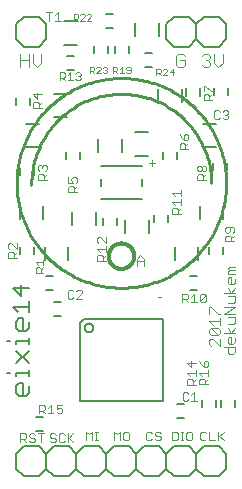
<source format=gto>
G75*
%MOIN*%
%OFA0B0*%
%FSLAX25Y25*%
%IPPOS*%
%LPD*%
%AMOC8*
5,1,8,0,0,1.08239X$1,22.5*
%
%ADD10C,0.00300*%
%ADD11C,0.00400*%
%ADD12C,0.01200*%
%ADD13C,0.00500*%
%ADD14C,0.00600*%
%ADD15C,0.01000*%
%ADD16C,0.00800*%
%ADD17C,0.00200*%
%ADD18C,0.00000*%
D10*
X0007450Y0015563D02*
X0007450Y0018466D01*
X0008901Y0018466D01*
X0009385Y0017982D01*
X0009385Y0017015D01*
X0008901Y0016531D01*
X0007450Y0016531D01*
X0008417Y0016531D02*
X0009385Y0015563D01*
X0010397Y0016047D02*
X0010880Y0015563D01*
X0011848Y0015563D01*
X0012331Y0016047D01*
X0012331Y0016531D01*
X0011848Y0017015D01*
X0010880Y0017015D01*
X0010397Y0017498D01*
X0010397Y0017982D01*
X0010880Y0018466D01*
X0011848Y0018466D01*
X0012331Y0017982D01*
X0013343Y0018466D02*
X0015278Y0018466D01*
X0014311Y0018466D02*
X0014311Y0015563D01*
X0017350Y0016047D02*
X0017834Y0015563D01*
X0018801Y0015563D01*
X0019285Y0016047D01*
X0019285Y0016531D01*
X0018801Y0017015D01*
X0017834Y0017015D01*
X0017350Y0017498D01*
X0017350Y0017982D01*
X0017834Y0018466D01*
X0018801Y0018466D01*
X0019285Y0017982D01*
X0020297Y0017982D02*
X0020297Y0016047D01*
X0020780Y0015563D01*
X0021748Y0015563D01*
X0022231Y0016047D01*
X0023243Y0015563D02*
X0023243Y0018466D01*
X0023727Y0017015D02*
X0025178Y0015563D01*
X0023243Y0016531D02*
X0025178Y0018466D01*
X0022231Y0017982D02*
X0021748Y0018466D01*
X0020780Y0018466D01*
X0020297Y0017982D01*
X0020027Y0025113D02*
X0019543Y0025597D01*
X0020027Y0025113D02*
X0020994Y0025113D01*
X0021478Y0025597D01*
X0021478Y0026565D01*
X0020994Y0027048D01*
X0020511Y0027048D01*
X0019543Y0026565D01*
X0019543Y0028016D01*
X0021478Y0028016D01*
X0018531Y0025113D02*
X0016597Y0025113D01*
X0017564Y0025113D02*
X0017564Y0028016D01*
X0016597Y0027048D01*
X0015585Y0026565D02*
X0015101Y0026081D01*
X0013650Y0026081D01*
X0014617Y0026081D02*
X0015585Y0025113D01*
X0015585Y0026565D02*
X0015585Y0027532D01*
X0015101Y0028016D01*
X0013650Y0028016D01*
X0013650Y0025113D01*
X0029350Y0019066D02*
X0029350Y0016163D01*
X0030317Y0018098D02*
X0029350Y0019066D01*
X0030317Y0018098D02*
X0031285Y0019066D01*
X0031285Y0016163D01*
X0032297Y0016163D02*
X0033264Y0016163D01*
X0032780Y0016163D02*
X0032780Y0019066D01*
X0032297Y0019066D02*
X0033264Y0019066D01*
X0038850Y0019066D02*
X0038850Y0016163D01*
X0039817Y0018098D02*
X0038850Y0019066D01*
X0039817Y0018098D02*
X0040785Y0019066D01*
X0040785Y0016163D01*
X0041797Y0016647D02*
X0041797Y0018582D01*
X0042280Y0019066D01*
X0043248Y0019066D01*
X0043731Y0018582D01*
X0043731Y0016647D01*
X0043248Y0016163D01*
X0042280Y0016163D01*
X0041797Y0016647D01*
X0049350Y0016647D02*
X0049834Y0016163D01*
X0050801Y0016163D01*
X0051285Y0016647D01*
X0051285Y0018582D02*
X0050801Y0019066D01*
X0049834Y0019066D01*
X0049350Y0018582D01*
X0049350Y0016647D01*
X0052297Y0016647D02*
X0052780Y0016163D01*
X0053748Y0016163D01*
X0054231Y0016647D01*
X0054231Y0017131D01*
X0053748Y0017615D01*
X0052780Y0017615D01*
X0052297Y0018098D01*
X0052297Y0018582D01*
X0052780Y0019066D01*
X0053748Y0019066D01*
X0054231Y0018582D01*
X0057950Y0019066D02*
X0057950Y0016163D01*
X0059401Y0016163D01*
X0059885Y0016647D01*
X0059885Y0018582D01*
X0059401Y0019066D01*
X0057950Y0019066D01*
X0060897Y0019066D02*
X0061864Y0019066D01*
X0061380Y0019066D02*
X0061380Y0016163D01*
X0060897Y0016163D02*
X0061864Y0016163D01*
X0062861Y0016647D02*
X0062861Y0018582D01*
X0063345Y0019066D01*
X0064312Y0019066D01*
X0064796Y0018582D01*
X0064796Y0016647D01*
X0064312Y0016163D01*
X0063345Y0016163D01*
X0062861Y0016647D01*
X0067450Y0016647D02*
X0067934Y0016163D01*
X0068901Y0016163D01*
X0069385Y0016647D01*
X0070397Y0016163D02*
X0070397Y0019066D01*
X0069385Y0018582D02*
X0068901Y0019066D01*
X0067934Y0019066D01*
X0067450Y0018582D01*
X0067450Y0016647D01*
X0070397Y0016163D02*
X0072331Y0016163D01*
X0073343Y0016163D02*
X0073343Y0019066D01*
X0073827Y0017615D02*
X0075278Y0016163D01*
X0073343Y0017131D02*
X0075278Y0019066D01*
X0066431Y0029313D02*
X0064497Y0029313D01*
X0063485Y0029797D02*
X0063001Y0029313D01*
X0062034Y0029313D01*
X0061550Y0029797D01*
X0061550Y0031732D01*
X0062034Y0032216D01*
X0063001Y0032216D01*
X0063485Y0031732D01*
X0064497Y0031248D02*
X0065464Y0032216D01*
X0065464Y0029313D01*
X0065900Y0034663D02*
X0062998Y0034663D01*
X0062998Y0036115D01*
X0063481Y0036598D01*
X0064449Y0036598D01*
X0064933Y0036115D01*
X0064933Y0034663D01*
X0064933Y0035631D02*
X0065900Y0036598D01*
X0065900Y0037610D02*
X0065900Y0039545D01*
X0065900Y0038577D02*
X0062998Y0038577D01*
X0063965Y0037610D01*
X0064449Y0040556D02*
X0064449Y0042491D01*
X0065900Y0042008D02*
X0062998Y0042008D01*
X0064449Y0040556D01*
X0067198Y0038677D02*
X0070100Y0038677D01*
X0070100Y0037710D02*
X0070100Y0039645D01*
X0069616Y0040656D02*
X0070100Y0041140D01*
X0070100Y0042108D01*
X0069616Y0042591D01*
X0069133Y0042591D01*
X0068649Y0042108D01*
X0068649Y0040656D01*
X0069616Y0040656D01*
X0068649Y0040656D02*
X0067681Y0041624D01*
X0067198Y0042591D01*
X0067198Y0038677D02*
X0068165Y0037710D01*
X0067681Y0036698D02*
X0068649Y0036698D01*
X0069133Y0036215D01*
X0069133Y0034763D01*
X0070100Y0034763D02*
X0067198Y0034763D01*
X0067198Y0036215D01*
X0067681Y0036698D01*
X0069133Y0035731D02*
X0070100Y0036698D01*
X0071031Y0047667D02*
X0070447Y0048251D01*
X0070447Y0049419D01*
X0071031Y0050003D01*
X0071615Y0050003D01*
X0073950Y0047667D01*
X0073950Y0050003D01*
X0073366Y0051166D02*
X0071031Y0053502D01*
X0073366Y0053502D01*
X0073950Y0052918D01*
X0073950Y0051750D01*
X0073366Y0051166D01*
X0071031Y0051166D01*
X0070447Y0051750D01*
X0070447Y0052918D01*
X0071031Y0053502D01*
X0071615Y0054665D02*
X0070447Y0055833D01*
X0073950Y0055833D01*
X0073950Y0054665D02*
X0073950Y0057001D01*
X0073950Y0058164D02*
X0073366Y0058164D01*
X0071031Y0060500D01*
X0070447Y0060500D01*
X0070447Y0058164D01*
X0068771Y0062121D02*
X0067803Y0062121D01*
X0067319Y0062605D01*
X0069254Y0064540D01*
X0069254Y0062605D01*
X0068771Y0062121D01*
X0069254Y0064540D02*
X0068771Y0065024D01*
X0067803Y0065024D01*
X0067319Y0064540D01*
X0067319Y0062605D01*
X0066308Y0062121D02*
X0064373Y0062121D01*
X0065340Y0062121D02*
X0065340Y0065024D01*
X0064373Y0064056D01*
X0063361Y0063572D02*
X0062878Y0063089D01*
X0061426Y0063089D01*
X0061426Y0062121D02*
X0061426Y0065024D01*
X0062878Y0065024D01*
X0063361Y0064540D01*
X0063361Y0063572D01*
X0062394Y0063089D02*
X0063361Y0062121D01*
X0075447Y0060587D02*
X0078950Y0060587D01*
X0075447Y0058252D01*
X0078950Y0058252D01*
X0078950Y0057088D02*
X0076615Y0057088D01*
X0076615Y0054753D02*
X0078366Y0054753D01*
X0078950Y0055336D01*
X0078950Y0057088D01*
X0078950Y0053588D02*
X0077782Y0051837D01*
X0076615Y0053588D01*
X0075447Y0051837D02*
X0078950Y0051837D01*
X0078950Y0050089D02*
X0078950Y0048922D01*
X0078366Y0048338D01*
X0077199Y0048338D01*
X0076615Y0048922D01*
X0076615Y0050089D01*
X0077199Y0050673D01*
X0077782Y0050673D01*
X0077782Y0048338D01*
X0076615Y0047174D02*
X0076615Y0045423D01*
X0077199Y0044839D01*
X0078366Y0044839D01*
X0078950Y0045423D01*
X0078950Y0047174D01*
X0075447Y0047174D01*
X0076615Y0061751D02*
X0078366Y0061751D01*
X0078950Y0062334D01*
X0078950Y0064086D01*
X0076615Y0064086D01*
X0077782Y0065250D02*
X0076615Y0067001D01*
X0077199Y0068165D02*
X0076615Y0068749D01*
X0076615Y0069917D01*
X0077199Y0070501D01*
X0077782Y0070501D01*
X0077782Y0068165D01*
X0077199Y0068165D02*
X0078366Y0068165D01*
X0078950Y0068749D01*
X0078950Y0069917D01*
X0078950Y0071664D02*
X0076615Y0071664D01*
X0076615Y0072248D01*
X0077199Y0072832D01*
X0076615Y0073416D01*
X0077199Y0074000D01*
X0078950Y0074000D01*
X0078950Y0072832D02*
X0077199Y0072832D01*
X0078950Y0067001D02*
X0077782Y0065250D01*
X0078950Y0065250D02*
X0075447Y0065250D01*
X0075864Y0082467D02*
X0075864Y0083918D01*
X0076347Y0084402D01*
X0077315Y0084402D01*
X0077799Y0083918D01*
X0077799Y0082467D01*
X0077799Y0083434D02*
X0078766Y0084402D01*
X0078282Y0085413D02*
X0078766Y0085897D01*
X0078766Y0086864D01*
X0078282Y0087348D01*
X0076347Y0087348D01*
X0075864Y0086864D01*
X0075864Y0085897D01*
X0076347Y0085413D01*
X0076831Y0085413D01*
X0077315Y0085897D01*
X0077315Y0087348D01*
X0078766Y0082467D02*
X0075864Y0082467D01*
X0069366Y0102826D02*
X0066464Y0102826D01*
X0066464Y0104277D01*
X0066947Y0104761D01*
X0067915Y0104761D01*
X0068399Y0104277D01*
X0068399Y0102826D01*
X0068399Y0103793D02*
X0069366Y0104761D01*
X0068882Y0105772D02*
X0068399Y0105772D01*
X0067915Y0106256D01*
X0067915Y0107223D01*
X0068399Y0107707D01*
X0068882Y0107707D01*
X0069366Y0107223D01*
X0069366Y0106256D01*
X0068882Y0105772D01*
X0067915Y0106256D02*
X0067431Y0105772D01*
X0066947Y0105772D01*
X0066464Y0106256D01*
X0066464Y0107223D01*
X0066947Y0107707D01*
X0067431Y0107707D01*
X0067915Y0107223D01*
X0063482Y0113284D02*
X0060579Y0113284D01*
X0060579Y0114735D01*
X0061063Y0115219D01*
X0062031Y0115219D01*
X0062514Y0114735D01*
X0062514Y0113284D01*
X0062514Y0114251D02*
X0063482Y0115219D01*
X0062998Y0116230D02*
X0063482Y0116714D01*
X0063482Y0117681D01*
X0062998Y0118165D01*
X0062514Y0118165D01*
X0062031Y0117681D01*
X0062031Y0116230D01*
X0062998Y0116230D01*
X0062031Y0116230D02*
X0061063Y0117198D01*
X0060579Y0118165D01*
X0068556Y0129526D02*
X0068556Y0130977D01*
X0069040Y0131461D01*
X0070007Y0131461D01*
X0070491Y0130977D01*
X0070491Y0129526D01*
X0071458Y0129526D02*
X0068556Y0129526D01*
X0068556Y0132473D02*
X0068556Y0134408D01*
X0069040Y0134408D01*
X0070975Y0132473D01*
X0071458Y0132473D01*
X0071458Y0131461D02*
X0070491Y0130494D01*
X0072434Y0126116D02*
X0071950Y0125632D01*
X0071950Y0123697D01*
X0072434Y0123213D01*
X0073401Y0123213D01*
X0073885Y0123697D01*
X0074897Y0123697D02*
X0075380Y0123213D01*
X0076348Y0123213D01*
X0076831Y0123697D01*
X0076831Y0124181D01*
X0076348Y0124665D01*
X0075864Y0124665D01*
X0076348Y0124665D02*
X0076831Y0125148D01*
X0076831Y0125632D01*
X0076348Y0126116D01*
X0075380Y0126116D01*
X0074897Y0125632D01*
X0073885Y0125632D02*
X0073401Y0126116D01*
X0072434Y0126116D01*
X0060900Y0099491D02*
X0060900Y0097556D01*
X0060900Y0098524D02*
X0057998Y0098524D01*
X0058965Y0097556D01*
X0057998Y0095577D02*
X0060900Y0095577D01*
X0060900Y0094610D02*
X0060900Y0096545D01*
X0058965Y0094610D02*
X0057998Y0095577D01*
X0058481Y0093598D02*
X0059449Y0093598D01*
X0059933Y0093115D01*
X0059933Y0091663D01*
X0060900Y0091663D02*
X0057998Y0091663D01*
X0057998Y0093115D01*
X0058481Y0093598D01*
X0059933Y0092631D02*
X0060900Y0093598D01*
X0052385Y0108615D02*
X0050450Y0108615D01*
X0051417Y0109582D02*
X0051417Y0107647D01*
X0047501Y0077867D02*
X0048736Y0076632D01*
X0048736Y0074163D01*
X0048736Y0076015D02*
X0046267Y0076015D01*
X0046267Y0076632D02*
X0047501Y0077867D01*
X0046267Y0076632D02*
X0046267Y0074163D01*
X0035900Y0076063D02*
X0032998Y0076063D01*
X0032998Y0077515D01*
X0033481Y0077998D01*
X0034449Y0077998D01*
X0034933Y0077515D01*
X0034933Y0076063D01*
X0034933Y0077031D02*
X0035900Y0077998D01*
X0035900Y0079010D02*
X0035900Y0080945D01*
X0035900Y0079977D02*
X0032998Y0079977D01*
X0033965Y0079010D01*
X0033481Y0081956D02*
X0032998Y0082440D01*
X0032998Y0083408D01*
X0033481Y0083891D01*
X0033965Y0083891D01*
X0035900Y0081956D01*
X0035900Y0083891D01*
X0027648Y0066316D02*
X0026680Y0066316D01*
X0026197Y0065832D01*
X0025185Y0065832D02*
X0024701Y0066316D01*
X0023734Y0066316D01*
X0023250Y0065832D01*
X0023250Y0063897D01*
X0023734Y0063413D01*
X0024701Y0063413D01*
X0025185Y0063897D01*
X0026197Y0063413D02*
X0028131Y0065348D01*
X0028131Y0065832D01*
X0027648Y0066316D01*
X0028131Y0063413D02*
X0026197Y0063413D01*
X0026378Y0098884D02*
X0023475Y0098884D01*
X0023475Y0100335D01*
X0023959Y0100819D01*
X0024927Y0100819D01*
X0025410Y0100335D01*
X0025410Y0098884D01*
X0025410Y0099851D02*
X0026378Y0100819D01*
X0025894Y0101830D02*
X0026378Y0102314D01*
X0026378Y0103281D01*
X0025894Y0103765D01*
X0024927Y0103765D01*
X0024443Y0103281D01*
X0024443Y0102798D01*
X0024927Y0101830D01*
X0023475Y0101830D01*
X0023475Y0103765D01*
X0016274Y0103026D02*
X0013372Y0103026D01*
X0013372Y0104477D01*
X0013855Y0104961D01*
X0014823Y0104961D01*
X0015307Y0104477D01*
X0015307Y0103026D01*
X0015307Y0103993D02*
X0016274Y0104961D01*
X0015790Y0105972D02*
X0016274Y0106456D01*
X0016274Y0107423D01*
X0015790Y0107907D01*
X0015307Y0107907D01*
X0014823Y0107423D01*
X0014823Y0106940D01*
X0014823Y0107423D02*
X0014339Y0107907D01*
X0013855Y0107907D01*
X0013372Y0107423D01*
X0013372Y0106456D01*
X0013855Y0105972D01*
X0013591Y0127067D02*
X0013591Y0128519D01*
X0013107Y0129002D01*
X0012140Y0129002D01*
X0011656Y0128519D01*
X0011656Y0127067D01*
X0014558Y0127067D01*
X0013591Y0128035D02*
X0014558Y0129002D01*
X0013107Y0130014D02*
X0013107Y0131949D01*
X0011656Y0131465D02*
X0013107Y0130014D01*
X0014558Y0131465D02*
X0011656Y0131465D01*
X0017140Y0155981D02*
X0017140Y0158884D01*
X0016173Y0158884D02*
X0018108Y0158884D01*
X0019119Y0157916D02*
X0020087Y0158884D01*
X0020087Y0155981D01*
X0021054Y0155981D02*
X0019119Y0155981D01*
X0006274Y0081848D02*
X0006274Y0079913D01*
X0004339Y0081848D01*
X0003855Y0081848D01*
X0003372Y0081364D01*
X0003372Y0080397D01*
X0003855Y0079913D01*
X0003855Y0078902D02*
X0004823Y0078902D01*
X0005307Y0078418D01*
X0005307Y0076967D01*
X0005307Y0077934D02*
X0006274Y0078902D01*
X0006274Y0076967D02*
X0003372Y0076967D01*
X0003372Y0078418D01*
X0003855Y0078902D01*
D11*
X0007500Y0140713D02*
X0007500Y0144817D01*
X0007500Y0142765D02*
X0010236Y0142765D01*
X0010236Y0144817D02*
X0010236Y0140713D01*
X0011644Y0142081D02*
X0011644Y0144817D01*
X0011644Y0142081D02*
X0013011Y0140713D01*
X0014379Y0142081D01*
X0014379Y0144817D01*
X0059500Y0144133D02*
X0059500Y0141397D01*
X0060184Y0140713D01*
X0061552Y0140713D01*
X0062236Y0141397D01*
X0062236Y0142765D01*
X0060868Y0142765D01*
X0062236Y0144133D02*
X0061552Y0144817D01*
X0060184Y0144817D01*
X0059500Y0144133D01*
X0068000Y0144133D02*
X0068684Y0144817D01*
X0070052Y0144817D01*
X0070736Y0144133D01*
X0070736Y0143449D01*
X0070052Y0142765D01*
X0070736Y0142081D01*
X0070736Y0141397D01*
X0070052Y0140713D01*
X0068684Y0140713D01*
X0068000Y0141397D01*
X0069368Y0142765D02*
X0070052Y0142765D01*
X0072144Y0142081D02*
X0073511Y0140713D01*
X0074879Y0142081D01*
X0074879Y0144817D01*
X0072144Y0144817D02*
X0072144Y0142081D01*
D12*
X0036957Y0077513D02*
X0036959Y0077643D01*
X0036965Y0077773D01*
X0036975Y0077903D01*
X0036989Y0078032D01*
X0037007Y0078161D01*
X0037029Y0078289D01*
X0037054Y0078416D01*
X0037084Y0078543D01*
X0037117Y0078669D01*
X0037155Y0078793D01*
X0037196Y0078917D01*
X0037241Y0079039D01*
X0037289Y0079159D01*
X0037342Y0079278D01*
X0037398Y0079396D01*
X0037457Y0079511D01*
X0037520Y0079625D01*
X0037587Y0079737D01*
X0037656Y0079847D01*
X0037730Y0079954D01*
X0037806Y0080059D01*
X0037886Y0080162D01*
X0037968Y0080262D01*
X0038054Y0080360D01*
X0038143Y0080455D01*
X0038234Y0080548D01*
X0038329Y0080637D01*
X0038426Y0080724D01*
X0038526Y0080807D01*
X0038628Y0080887D01*
X0038732Y0080965D01*
X0038839Y0081039D01*
X0038948Y0081109D01*
X0039060Y0081177D01*
X0039173Y0081241D01*
X0039288Y0081301D01*
X0039405Y0081358D01*
X0039524Y0081411D01*
X0039644Y0081460D01*
X0039766Y0081506D01*
X0039889Y0081548D01*
X0040013Y0081587D01*
X0040139Y0081621D01*
X0040265Y0081652D01*
X0040392Y0081678D01*
X0040520Y0081701D01*
X0040649Y0081720D01*
X0040778Y0081735D01*
X0040908Y0081746D01*
X0041037Y0081753D01*
X0041167Y0081756D01*
X0041298Y0081755D01*
X0041427Y0081750D01*
X0041557Y0081741D01*
X0041687Y0081728D01*
X0041816Y0081711D01*
X0041944Y0081690D01*
X0042072Y0081666D01*
X0042198Y0081637D01*
X0042324Y0081604D01*
X0042449Y0081568D01*
X0042573Y0081528D01*
X0042695Y0081484D01*
X0042816Y0081436D01*
X0042936Y0081385D01*
X0043054Y0081330D01*
X0043170Y0081271D01*
X0043284Y0081209D01*
X0043396Y0081143D01*
X0043506Y0081074D01*
X0043614Y0081002D01*
X0043720Y0080926D01*
X0043824Y0080848D01*
X0043925Y0080766D01*
X0044023Y0080681D01*
X0044119Y0080593D01*
X0044212Y0080502D01*
X0044302Y0080408D01*
X0044389Y0080312D01*
X0044473Y0080213D01*
X0044555Y0080111D01*
X0044633Y0080007D01*
X0044707Y0079901D01*
X0044779Y0079792D01*
X0044847Y0079681D01*
X0044912Y0079568D01*
X0044973Y0079454D01*
X0045031Y0079337D01*
X0045085Y0079219D01*
X0045135Y0079099D01*
X0045182Y0078978D01*
X0045225Y0078855D01*
X0045264Y0078731D01*
X0045300Y0078606D01*
X0045331Y0078480D01*
X0045359Y0078353D01*
X0045383Y0078225D01*
X0045403Y0078096D01*
X0045419Y0077967D01*
X0045431Y0077838D01*
X0045439Y0077708D01*
X0045443Y0077578D01*
X0045443Y0077448D01*
X0045439Y0077318D01*
X0045431Y0077188D01*
X0045419Y0077059D01*
X0045403Y0076930D01*
X0045383Y0076801D01*
X0045359Y0076673D01*
X0045331Y0076546D01*
X0045300Y0076420D01*
X0045264Y0076295D01*
X0045225Y0076171D01*
X0045182Y0076048D01*
X0045135Y0075927D01*
X0045085Y0075807D01*
X0045031Y0075689D01*
X0044973Y0075572D01*
X0044912Y0075458D01*
X0044847Y0075345D01*
X0044779Y0075234D01*
X0044707Y0075125D01*
X0044633Y0075019D01*
X0044555Y0074915D01*
X0044473Y0074813D01*
X0044389Y0074714D01*
X0044302Y0074618D01*
X0044212Y0074524D01*
X0044119Y0074433D01*
X0044023Y0074345D01*
X0043925Y0074260D01*
X0043824Y0074178D01*
X0043720Y0074100D01*
X0043614Y0074024D01*
X0043506Y0073952D01*
X0043396Y0073883D01*
X0043284Y0073817D01*
X0043170Y0073755D01*
X0043054Y0073696D01*
X0042936Y0073641D01*
X0042816Y0073590D01*
X0042695Y0073542D01*
X0042573Y0073498D01*
X0042449Y0073458D01*
X0042324Y0073422D01*
X0042198Y0073389D01*
X0042072Y0073360D01*
X0041944Y0073336D01*
X0041816Y0073315D01*
X0041687Y0073298D01*
X0041557Y0073285D01*
X0041427Y0073276D01*
X0041298Y0073271D01*
X0041167Y0073270D01*
X0041037Y0073273D01*
X0040908Y0073280D01*
X0040778Y0073291D01*
X0040649Y0073306D01*
X0040520Y0073325D01*
X0040392Y0073348D01*
X0040265Y0073374D01*
X0040139Y0073405D01*
X0040013Y0073439D01*
X0039889Y0073478D01*
X0039766Y0073520D01*
X0039644Y0073566D01*
X0039524Y0073615D01*
X0039405Y0073668D01*
X0039288Y0073725D01*
X0039173Y0073785D01*
X0039060Y0073849D01*
X0038948Y0073917D01*
X0038839Y0073987D01*
X0038732Y0074061D01*
X0038628Y0074139D01*
X0038526Y0074219D01*
X0038426Y0074302D01*
X0038329Y0074389D01*
X0038234Y0074478D01*
X0038143Y0074571D01*
X0038054Y0074666D01*
X0037968Y0074764D01*
X0037886Y0074864D01*
X0037806Y0074967D01*
X0037730Y0075072D01*
X0037656Y0075179D01*
X0037587Y0075289D01*
X0037520Y0075401D01*
X0037457Y0075515D01*
X0037398Y0075630D01*
X0037342Y0075748D01*
X0037289Y0075867D01*
X0037241Y0075987D01*
X0037196Y0076109D01*
X0037155Y0076233D01*
X0037117Y0076357D01*
X0037084Y0076483D01*
X0037054Y0076610D01*
X0037029Y0076737D01*
X0037007Y0076865D01*
X0036989Y0076994D01*
X0036975Y0077123D01*
X0036965Y0077253D01*
X0036959Y0077383D01*
X0036957Y0077513D01*
D13*
X0034280Y0096427D02*
X0048060Y0096427D01*
X0048060Y0100757D02*
X0048060Y0103120D01*
X0048060Y0107450D02*
X0034280Y0107450D01*
X0034280Y0103120D02*
X0034280Y0100757D01*
X0010450Y0067040D02*
X0004945Y0067040D01*
X0007698Y0064288D01*
X0007698Y0067958D01*
X0010450Y0062433D02*
X0010450Y0058763D01*
X0010450Y0060598D02*
X0004945Y0060598D01*
X0006780Y0058763D01*
D14*
X0006170Y0011600D02*
X0006170Y0006600D01*
X0008670Y0004100D01*
X0013670Y0004100D01*
X0016170Y0006600D01*
X0018670Y0004100D01*
X0023670Y0004100D01*
X0026170Y0006600D01*
X0026170Y0011600D01*
X0023670Y0014100D01*
X0018670Y0014100D01*
X0016170Y0011600D01*
X0016170Y0006600D01*
X0016170Y0011600D02*
X0013670Y0014100D01*
X0008670Y0014100D01*
X0006170Y0011600D01*
X0012619Y0019151D02*
X0014981Y0019151D01*
X0014981Y0023876D02*
X0012619Y0023876D01*
X0009332Y0031013D02*
X0007197Y0031013D01*
X0006130Y0032081D01*
X0006130Y0034216D01*
X0007197Y0035284D01*
X0008265Y0035284D01*
X0008265Y0031013D01*
X0009332Y0031013D02*
X0010400Y0032081D01*
X0010400Y0034216D01*
X0010400Y0037459D02*
X0010400Y0039594D01*
X0010400Y0038526D02*
X0006130Y0038526D01*
X0006130Y0037459D01*
X0006130Y0041756D02*
X0010400Y0046026D01*
X0010400Y0048201D02*
X0010400Y0050337D01*
X0010400Y0049269D02*
X0006130Y0049269D01*
X0006130Y0048201D01*
X0006130Y0046026D02*
X0010400Y0041756D01*
X0009332Y0052498D02*
X0007197Y0052498D01*
X0006130Y0053566D01*
X0006130Y0055701D01*
X0007197Y0056769D01*
X0008265Y0056769D01*
X0008265Y0052498D01*
X0009332Y0052498D02*
X0010400Y0053566D01*
X0010400Y0055701D01*
X0015902Y0066159D02*
X0018265Y0066159D01*
X0018619Y0062376D02*
X0020981Y0062376D01*
X0020981Y0057651D02*
X0018619Y0057651D01*
X0018265Y0070883D02*
X0015902Y0070883D01*
X0012036Y0078135D02*
X0012036Y0080498D01*
X0007312Y0080498D02*
X0007312Y0078135D01*
X0007312Y0104694D02*
X0007312Y0107057D01*
X0012036Y0107057D02*
X0012036Y0104694D01*
X0022560Y0109919D02*
X0022560Y0112281D01*
X0027284Y0112281D02*
X0027284Y0109919D01*
X0034938Y0090194D02*
X0034938Y0087832D01*
X0039662Y0087832D02*
X0039662Y0090194D01*
X0051938Y0091194D02*
X0051938Y0088832D01*
X0056662Y0088832D02*
X0056662Y0091194D01*
X0055056Y0109919D02*
X0055056Y0112281D01*
X0059780Y0112281D02*
X0059780Y0109919D01*
X0062580Y0131076D02*
X0062580Y0133439D01*
X0067304Y0133439D02*
X0067304Y0131076D01*
X0071938Y0131332D02*
X0071938Y0133694D01*
X0076662Y0133694D02*
X0076662Y0131332D01*
X0073670Y0147407D02*
X0068670Y0147407D01*
X0066170Y0149907D01*
X0063670Y0147407D01*
X0058670Y0147407D01*
X0056170Y0149907D01*
X0056170Y0154907D01*
X0058670Y0157407D01*
X0063670Y0157407D01*
X0066170Y0154907D01*
X0068670Y0157407D01*
X0073670Y0157407D01*
X0076170Y0154907D01*
X0076170Y0149907D01*
X0073670Y0147407D01*
X0066170Y0149907D02*
X0066170Y0154907D01*
X0051481Y0145376D02*
X0049119Y0145376D01*
X0049119Y0140651D02*
X0051481Y0140651D01*
X0043662Y0145332D02*
X0043662Y0147694D01*
X0038938Y0147694D02*
X0038938Y0145332D01*
X0036662Y0145332D02*
X0036662Y0147694D01*
X0036119Y0153651D02*
X0038481Y0153651D01*
X0038481Y0158376D02*
X0036119Y0158376D01*
X0031938Y0147694D02*
X0031938Y0145332D01*
X0025481Y0144376D02*
X0023119Y0144376D01*
X0023119Y0139651D02*
X0025481Y0139651D01*
X0016170Y0149907D02*
X0013670Y0147407D01*
X0008670Y0147407D01*
X0006170Y0149907D01*
X0006170Y0154907D01*
X0008670Y0157407D01*
X0013670Y0157407D01*
X0016170Y0154907D01*
X0016170Y0149907D01*
X0010804Y0130191D02*
X0010804Y0127828D01*
X0006080Y0127828D02*
X0006080Y0130191D01*
X0028769Y0056683D02*
X0027371Y0055285D01*
X0027371Y0029084D01*
X0054969Y0029084D01*
X0054969Y0056683D01*
X0028769Y0056683D01*
X0028956Y0053683D02*
X0028958Y0053758D01*
X0028964Y0053832D01*
X0028974Y0053906D01*
X0028987Y0053979D01*
X0029005Y0054052D01*
X0029026Y0054123D01*
X0029051Y0054194D01*
X0029080Y0054263D01*
X0029113Y0054330D01*
X0029149Y0054395D01*
X0029188Y0054459D01*
X0029230Y0054520D01*
X0029276Y0054579D01*
X0029325Y0054636D01*
X0029377Y0054689D01*
X0029431Y0054740D01*
X0029488Y0054789D01*
X0029548Y0054833D01*
X0029610Y0054875D01*
X0029674Y0054914D01*
X0029740Y0054949D01*
X0029807Y0054980D01*
X0029877Y0055008D01*
X0029947Y0055032D01*
X0030019Y0055053D01*
X0030092Y0055069D01*
X0030165Y0055082D01*
X0030240Y0055091D01*
X0030314Y0055096D01*
X0030389Y0055097D01*
X0030463Y0055094D01*
X0030538Y0055087D01*
X0030611Y0055076D01*
X0030685Y0055062D01*
X0030757Y0055043D01*
X0030828Y0055021D01*
X0030898Y0054995D01*
X0030967Y0054965D01*
X0031033Y0054932D01*
X0031098Y0054895D01*
X0031161Y0054855D01*
X0031222Y0054811D01*
X0031280Y0054765D01*
X0031336Y0054715D01*
X0031389Y0054663D01*
X0031440Y0054608D01*
X0031487Y0054550D01*
X0031531Y0054490D01*
X0031572Y0054427D01*
X0031610Y0054363D01*
X0031644Y0054297D01*
X0031675Y0054228D01*
X0031702Y0054159D01*
X0031725Y0054088D01*
X0031744Y0054016D01*
X0031760Y0053943D01*
X0031772Y0053869D01*
X0031780Y0053795D01*
X0031784Y0053720D01*
X0031784Y0053646D01*
X0031780Y0053571D01*
X0031772Y0053497D01*
X0031760Y0053423D01*
X0031744Y0053350D01*
X0031725Y0053278D01*
X0031702Y0053207D01*
X0031675Y0053138D01*
X0031644Y0053069D01*
X0031610Y0053003D01*
X0031572Y0052939D01*
X0031531Y0052876D01*
X0031487Y0052816D01*
X0031440Y0052758D01*
X0031389Y0052703D01*
X0031336Y0052651D01*
X0031280Y0052601D01*
X0031222Y0052555D01*
X0031161Y0052511D01*
X0031098Y0052471D01*
X0031033Y0052434D01*
X0030967Y0052401D01*
X0030898Y0052371D01*
X0030828Y0052345D01*
X0030757Y0052323D01*
X0030685Y0052304D01*
X0030611Y0052290D01*
X0030538Y0052279D01*
X0030463Y0052272D01*
X0030389Y0052269D01*
X0030314Y0052270D01*
X0030240Y0052275D01*
X0030165Y0052284D01*
X0030092Y0052297D01*
X0030019Y0052313D01*
X0029947Y0052334D01*
X0029877Y0052358D01*
X0029807Y0052386D01*
X0029740Y0052417D01*
X0029674Y0052452D01*
X0029610Y0052491D01*
X0029548Y0052533D01*
X0029488Y0052577D01*
X0029431Y0052626D01*
X0029377Y0052677D01*
X0029325Y0052730D01*
X0029276Y0052787D01*
X0029230Y0052846D01*
X0029188Y0052907D01*
X0029149Y0052971D01*
X0029113Y0053036D01*
X0029080Y0053103D01*
X0029051Y0053172D01*
X0029026Y0053243D01*
X0029005Y0053314D01*
X0028987Y0053387D01*
X0028974Y0053460D01*
X0028964Y0053534D01*
X0028958Y0053608D01*
X0028956Y0053683D01*
X0028670Y0014100D02*
X0033670Y0014100D01*
X0036170Y0011600D01*
X0038670Y0014100D01*
X0043670Y0014100D01*
X0046170Y0011600D01*
X0048670Y0014100D01*
X0053670Y0014100D01*
X0056170Y0011600D01*
X0056170Y0006600D01*
X0053670Y0004100D01*
X0048670Y0004100D01*
X0046170Y0006600D01*
X0043670Y0004100D01*
X0038670Y0004100D01*
X0036170Y0006600D01*
X0033670Y0004100D01*
X0028670Y0004100D01*
X0026170Y0006600D01*
X0026170Y0011600D02*
X0028670Y0014100D01*
X0036170Y0011600D02*
X0036170Y0006600D01*
X0046170Y0006600D02*
X0046170Y0011600D01*
X0056170Y0011600D02*
X0058670Y0014100D01*
X0063670Y0014100D01*
X0066170Y0011600D01*
X0068670Y0014100D01*
X0073670Y0014100D01*
X0076170Y0011600D01*
X0076170Y0006600D01*
X0073670Y0004100D01*
X0068670Y0004100D01*
X0066170Y0006600D01*
X0063670Y0004100D01*
X0058670Y0004100D01*
X0056170Y0006600D01*
X0059619Y0023651D02*
X0061981Y0023651D01*
X0061981Y0028376D02*
X0059619Y0028376D01*
X0066170Y0011600D02*
X0066170Y0006600D01*
X0067938Y0027332D02*
X0067938Y0029694D01*
X0072662Y0029694D02*
X0072662Y0027332D01*
X0074438Y0027332D02*
X0074438Y0029694D01*
X0079162Y0029694D02*
X0079162Y0027332D01*
X0066505Y0066143D02*
X0064143Y0066143D01*
X0064143Y0070868D02*
X0066505Y0070868D01*
X0070304Y0078135D02*
X0070304Y0080498D01*
X0075028Y0080498D02*
X0075028Y0078135D01*
X0076528Y0106194D02*
X0076528Y0108557D01*
X0071804Y0108557D02*
X0071804Y0106194D01*
X0003995Y0049269D02*
X0002927Y0049269D01*
X0002927Y0038526D02*
X0003995Y0038526D01*
D15*
X0011170Y0101313D02*
X0011171Y0102044D01*
X0011190Y0102774D01*
X0011227Y0103504D01*
X0011281Y0104233D01*
X0011354Y0104960D01*
X0011444Y0105685D01*
X0011551Y0106407D01*
X0011677Y0107127D01*
X0011819Y0107844D01*
X0011980Y0108557D01*
X0012157Y0109266D01*
X0012352Y0109970D01*
X0012563Y0110669D01*
X0012792Y0111363D01*
X0013037Y0112051D01*
X0013300Y0112733D01*
X0013578Y0113408D01*
X0013874Y0114077D01*
X0014185Y0114738D01*
X0014512Y0115391D01*
X0014855Y0116036D01*
X0015214Y0116673D01*
X0015588Y0117300D01*
X0015977Y0117919D01*
X0016381Y0118527D01*
X0016800Y0119126D01*
X0017234Y0119714D01*
X0017681Y0120292D01*
X0018143Y0120858D01*
X0018618Y0121413D01*
X0019106Y0121956D01*
X0019608Y0122488D01*
X0020122Y0123006D01*
X0020649Y0123513D01*
X0021188Y0124006D01*
X0021739Y0124486D01*
X0022302Y0124952D01*
X0022875Y0125405D01*
X0023460Y0125843D01*
X0024055Y0126267D01*
X0024660Y0126677D01*
X0025275Y0127071D01*
X0025899Y0127451D01*
X0026532Y0127815D01*
X0027175Y0128164D01*
X0027825Y0128497D01*
X0028483Y0128814D01*
X0029149Y0129114D01*
X0029822Y0129399D01*
X0030502Y0129667D01*
X0031188Y0129919D01*
X0031880Y0130153D01*
X0032577Y0130371D01*
X0033279Y0130572D01*
X0033987Y0130755D01*
X0034698Y0130922D01*
X0035413Y0131071D01*
X0036132Y0131202D01*
X0036854Y0131316D01*
X0037578Y0131412D01*
X0038304Y0131491D01*
X0039033Y0131552D01*
X0039762Y0131595D01*
X0040492Y0131620D01*
X0041223Y0131628D01*
X0041953Y0131618D01*
X0042683Y0131590D01*
X0043413Y0131544D01*
X0044140Y0131481D01*
X0044867Y0131399D01*
X0045590Y0131301D01*
X0046312Y0131184D01*
X0047030Y0131050D01*
X0047745Y0130899D01*
X0048456Y0130730D01*
X0049162Y0130544D01*
X0049864Y0130341D01*
X0050561Y0130120D01*
X0051252Y0129883D01*
X0051937Y0129629D01*
X0052616Y0129359D01*
X0053288Y0129072D01*
X0053952Y0128769D01*
X0054609Y0128450D01*
X0055259Y0128114D01*
X0055899Y0127763D01*
X0056532Y0127397D01*
X0057155Y0127015D01*
X0057768Y0126618D01*
X0058372Y0126207D01*
X0058965Y0125781D01*
X0059548Y0125340D01*
X0060120Y0124886D01*
X0060681Y0124417D01*
X0061230Y0123935D01*
X0061767Y0123440D01*
X0062293Y0122932D01*
X0062805Y0122412D01*
X0063305Y0121879D01*
X0063791Y0121334D01*
X0064265Y0120777D01*
X0064724Y0120209D01*
X0065170Y0119630D01*
X0065601Y0119040D01*
X0066018Y0118440D01*
X0066420Y0117830D01*
X0066807Y0117210D01*
X0067179Y0116581D01*
X0067535Y0115944D01*
X0067876Y0115297D01*
X0068201Y0114643D01*
X0068510Y0113981D01*
X0068803Y0113311D01*
X0069079Y0112635D01*
X0069339Y0111952D01*
X0069582Y0111263D01*
X0069808Y0110568D01*
X0070018Y0109868D01*
X0070210Y0109163D01*
X0070385Y0108454D01*
X0070542Y0107741D01*
X0070682Y0107024D01*
X0070805Y0106303D01*
X0070910Y0105580D01*
X0070998Y0104855D01*
X0071068Y0104128D01*
X0071120Y0103399D01*
X0071154Y0102669D01*
X0071170Y0101939D01*
X0006231Y0101939D02*
X0006242Y0102796D01*
X0006273Y0103653D01*
X0006326Y0104509D01*
X0006399Y0105364D01*
X0006494Y0106216D01*
X0006609Y0107066D01*
X0006745Y0107912D01*
X0006902Y0108755D01*
X0007080Y0109594D01*
X0007278Y0110428D01*
X0007497Y0111258D01*
X0007735Y0112081D01*
X0007994Y0112899D01*
X0008273Y0113710D01*
X0008572Y0114513D01*
X0008891Y0115310D01*
X0009228Y0116098D01*
X0009586Y0116877D01*
X0009962Y0117648D01*
X0010357Y0118409D01*
X0010770Y0119160D01*
X0011202Y0119901D01*
X0011652Y0120631D01*
X0012119Y0121350D01*
X0012604Y0122057D01*
X0013107Y0122752D01*
X0013626Y0123435D01*
X0014162Y0124104D01*
X0014714Y0124760D01*
X0015282Y0125403D01*
X0015866Y0126031D01*
X0016464Y0126645D01*
X0017078Y0127243D01*
X0017706Y0127827D01*
X0018349Y0128395D01*
X0019005Y0128947D01*
X0019674Y0129483D01*
X0020357Y0130002D01*
X0021052Y0130505D01*
X0021759Y0130990D01*
X0022478Y0131457D01*
X0023208Y0131907D01*
X0023949Y0132339D01*
X0024700Y0132752D01*
X0025461Y0133147D01*
X0026232Y0133523D01*
X0027011Y0133881D01*
X0027799Y0134218D01*
X0028596Y0134537D01*
X0029399Y0134836D01*
X0030210Y0135115D01*
X0031028Y0135374D01*
X0031851Y0135612D01*
X0032681Y0135831D01*
X0033515Y0136029D01*
X0034354Y0136207D01*
X0035197Y0136364D01*
X0036043Y0136500D01*
X0036893Y0136615D01*
X0037745Y0136710D01*
X0038600Y0136783D01*
X0039456Y0136836D01*
X0040313Y0136867D01*
X0041170Y0136878D01*
X0042027Y0136867D01*
X0042884Y0136836D01*
X0043740Y0136783D01*
X0044595Y0136710D01*
X0045447Y0136615D01*
X0046297Y0136500D01*
X0047143Y0136364D01*
X0047986Y0136207D01*
X0048825Y0136029D01*
X0049659Y0135831D01*
X0050489Y0135612D01*
X0051312Y0135374D01*
X0052130Y0135115D01*
X0052941Y0134836D01*
X0053744Y0134537D01*
X0054541Y0134218D01*
X0055329Y0133881D01*
X0056108Y0133523D01*
X0056879Y0133147D01*
X0057640Y0132752D01*
X0058391Y0132339D01*
X0059132Y0131907D01*
X0059862Y0131457D01*
X0060581Y0130990D01*
X0061288Y0130505D01*
X0061983Y0130002D01*
X0062666Y0129483D01*
X0063335Y0128947D01*
X0063991Y0128395D01*
X0064634Y0127827D01*
X0065262Y0127243D01*
X0065876Y0126645D01*
X0066474Y0126031D01*
X0067058Y0125403D01*
X0067626Y0124760D01*
X0068178Y0124104D01*
X0068714Y0123435D01*
X0069233Y0122752D01*
X0069736Y0122057D01*
X0070221Y0121350D01*
X0070688Y0120631D01*
X0071138Y0119901D01*
X0071570Y0119160D01*
X0071983Y0118409D01*
X0072378Y0117648D01*
X0072754Y0116877D01*
X0073112Y0116098D01*
X0073449Y0115310D01*
X0073768Y0114513D01*
X0074067Y0113710D01*
X0074346Y0112899D01*
X0074605Y0112081D01*
X0074843Y0111258D01*
X0075062Y0110428D01*
X0075260Y0109594D01*
X0075438Y0108755D01*
X0075595Y0107912D01*
X0075731Y0107066D01*
X0075846Y0106216D01*
X0075941Y0105364D01*
X0076014Y0104509D01*
X0076067Y0103653D01*
X0076098Y0102796D01*
X0076109Y0101939D01*
X0076098Y0101082D01*
X0076067Y0100225D01*
X0076014Y0099369D01*
X0075941Y0098514D01*
X0075846Y0097662D01*
X0075731Y0096812D01*
X0075595Y0095966D01*
X0075438Y0095123D01*
X0075260Y0094284D01*
X0075062Y0093450D01*
X0074843Y0092620D01*
X0074605Y0091797D01*
X0074346Y0090979D01*
X0074067Y0090168D01*
X0073768Y0089365D01*
X0073449Y0088568D01*
X0073112Y0087780D01*
X0072754Y0087001D01*
X0072378Y0086230D01*
X0071983Y0085469D01*
X0071570Y0084718D01*
X0071138Y0083977D01*
X0070688Y0083247D01*
X0070221Y0082528D01*
X0069736Y0081821D01*
X0069233Y0081126D01*
X0068714Y0080443D01*
X0068178Y0079774D01*
X0067626Y0079118D01*
X0067058Y0078475D01*
X0066474Y0077847D01*
X0065876Y0077233D01*
X0065262Y0076635D01*
X0064634Y0076051D01*
X0063991Y0075483D01*
X0063335Y0074931D01*
X0062666Y0074395D01*
X0061983Y0073876D01*
X0061288Y0073373D01*
X0060581Y0072888D01*
X0059862Y0072421D01*
X0059132Y0071971D01*
X0058391Y0071539D01*
X0057640Y0071126D01*
X0056879Y0070731D01*
X0056108Y0070355D01*
X0055329Y0069997D01*
X0054541Y0069660D01*
X0053744Y0069341D01*
X0052941Y0069042D01*
X0052130Y0068763D01*
X0051312Y0068504D01*
X0050489Y0068266D01*
X0049659Y0068047D01*
X0048825Y0067849D01*
X0047986Y0067671D01*
X0047143Y0067514D01*
X0046297Y0067378D01*
X0045447Y0067263D01*
X0044595Y0067168D01*
X0043740Y0067095D01*
X0042884Y0067042D01*
X0042027Y0067011D01*
X0041170Y0067000D01*
X0040313Y0067011D01*
X0039456Y0067042D01*
X0038600Y0067095D01*
X0037745Y0067168D01*
X0036893Y0067263D01*
X0036043Y0067378D01*
X0035197Y0067514D01*
X0034354Y0067671D01*
X0033515Y0067849D01*
X0032681Y0068047D01*
X0031851Y0068266D01*
X0031028Y0068504D01*
X0030210Y0068763D01*
X0029399Y0069042D01*
X0028596Y0069341D01*
X0027799Y0069660D01*
X0027011Y0069997D01*
X0026232Y0070355D01*
X0025461Y0070731D01*
X0024700Y0071126D01*
X0023949Y0071539D01*
X0023208Y0071971D01*
X0022478Y0072421D01*
X0021759Y0072888D01*
X0021052Y0073373D01*
X0020357Y0073876D01*
X0019674Y0074395D01*
X0019005Y0074931D01*
X0018349Y0075483D01*
X0017706Y0076051D01*
X0017078Y0076635D01*
X0016464Y0077233D01*
X0015866Y0077847D01*
X0015282Y0078475D01*
X0014714Y0079118D01*
X0014162Y0079774D01*
X0013626Y0080443D01*
X0013107Y0081126D01*
X0012604Y0081821D01*
X0012119Y0082528D01*
X0011652Y0083247D01*
X0011202Y0083977D01*
X0010770Y0084718D01*
X0010357Y0085469D01*
X0009962Y0086230D01*
X0009586Y0087001D01*
X0009228Y0087780D01*
X0008891Y0088568D01*
X0008572Y0089365D01*
X0008273Y0090168D01*
X0007994Y0090979D01*
X0007735Y0091797D01*
X0007497Y0092620D01*
X0007278Y0093450D01*
X0007080Y0094284D01*
X0006902Y0095123D01*
X0006745Y0095966D01*
X0006609Y0096812D01*
X0006494Y0097662D01*
X0006399Y0098514D01*
X0006326Y0099369D01*
X0006273Y0100225D01*
X0006242Y0101082D01*
X0006231Y0101939D01*
D16*
X0007237Y0094261D02*
X0007237Y0089931D01*
X0015111Y0089931D02*
X0015111Y0094261D01*
X0015580Y0080482D02*
X0015580Y0076151D01*
X0023454Y0076151D02*
X0023454Y0080482D01*
X0024863Y0087848D02*
X0024863Y0092179D01*
X0032737Y0092179D02*
X0032737Y0087848D01*
X0042363Y0089679D02*
X0042363Y0085348D01*
X0050237Y0085348D02*
X0050237Y0089679D01*
X0058887Y0080482D02*
X0058887Y0076151D01*
X0066761Y0076151D02*
X0066761Y0080482D01*
X0067229Y0089931D02*
X0067229Y0094261D01*
X0075103Y0094261D02*
X0075103Y0089931D01*
X0072863Y0113750D02*
X0068532Y0113750D01*
X0068532Y0121624D02*
X0072863Y0121624D01*
X0061292Y0128848D02*
X0061292Y0133179D01*
X0053418Y0133179D02*
X0053418Y0128848D01*
X0049965Y0118950D02*
X0045635Y0118950D01*
X0045635Y0111076D02*
X0049965Y0111076D01*
X0041237Y0112348D02*
X0041237Y0116679D01*
X0033363Y0116679D02*
X0033363Y0112348D01*
X0022965Y0123761D02*
X0018635Y0123761D01*
X0018635Y0131635D02*
X0022965Y0131635D01*
X0022135Y0148076D02*
X0026465Y0148076D01*
X0026465Y0155950D02*
X0022135Y0155950D01*
X0013808Y0121624D02*
X0009477Y0121624D01*
X0009477Y0113750D02*
X0013808Y0113750D01*
X0045863Y0150848D02*
X0045863Y0155179D01*
X0053737Y0155179D02*
X0053737Y0150848D01*
D17*
X0053901Y0139965D02*
X0052800Y0139965D01*
X0052800Y0137763D01*
X0052800Y0138497D02*
X0053901Y0138497D01*
X0054268Y0138864D01*
X0054268Y0139598D01*
X0053901Y0139965D01*
X0055010Y0139598D02*
X0055377Y0139965D01*
X0056111Y0139965D01*
X0056478Y0139598D01*
X0056478Y0139231D01*
X0055010Y0137763D01*
X0056478Y0137763D01*
X0057220Y0138864D02*
X0058688Y0138864D01*
X0058321Y0137763D02*
X0058321Y0139965D01*
X0057220Y0138864D01*
X0054268Y0137763D02*
X0053534Y0138497D01*
X0044258Y0138830D02*
X0044258Y0140298D01*
X0043891Y0140665D01*
X0043157Y0140665D01*
X0042790Y0140298D01*
X0042790Y0139931D01*
X0043157Y0139564D01*
X0044258Y0139564D01*
X0044258Y0138830D02*
X0043891Y0138463D01*
X0043157Y0138463D01*
X0042790Y0138830D01*
X0042048Y0138463D02*
X0040580Y0138463D01*
X0041314Y0138463D02*
X0041314Y0140665D01*
X0040580Y0139931D01*
X0039838Y0139564D02*
X0039471Y0139197D01*
X0038370Y0139197D01*
X0038370Y0138463D02*
X0038370Y0140665D01*
X0039471Y0140665D01*
X0039838Y0140298D01*
X0039838Y0139564D01*
X0039104Y0139197D02*
X0039838Y0138463D01*
X0036458Y0138830D02*
X0036091Y0138463D01*
X0035357Y0138463D01*
X0034990Y0138830D01*
X0034248Y0138463D02*
X0032780Y0138463D01*
X0034248Y0139931D01*
X0034248Y0140298D01*
X0033881Y0140665D01*
X0033147Y0140665D01*
X0032780Y0140298D01*
X0032038Y0140298D02*
X0031671Y0140665D01*
X0030570Y0140665D01*
X0030570Y0138463D01*
X0030570Y0139197D02*
X0031671Y0139197D01*
X0032038Y0139564D01*
X0032038Y0140298D01*
X0031304Y0139197D02*
X0032038Y0138463D01*
X0034990Y0140298D02*
X0035357Y0140665D01*
X0036091Y0140665D01*
X0036458Y0140298D01*
X0036458Y0139931D01*
X0036091Y0139564D01*
X0036458Y0139197D01*
X0036458Y0138830D01*
X0036091Y0139564D02*
X0035724Y0139564D01*
X0027557Y0138332D02*
X0027557Y0137898D01*
X0027123Y0137464D01*
X0027557Y0137031D01*
X0027557Y0136597D01*
X0027123Y0136163D01*
X0026255Y0136163D01*
X0025822Y0136597D01*
X0024978Y0136163D02*
X0023244Y0136163D01*
X0022400Y0136163D02*
X0021533Y0137031D01*
X0021966Y0137031D02*
X0020665Y0137031D01*
X0020665Y0136163D02*
X0020665Y0138766D01*
X0021966Y0138766D01*
X0022400Y0138332D01*
X0022400Y0137464D01*
X0021966Y0137031D01*
X0023244Y0137898D02*
X0024111Y0138766D01*
X0024111Y0136163D01*
X0025822Y0138332D02*
X0026255Y0138766D01*
X0027123Y0138766D01*
X0027557Y0138332D01*
X0027123Y0137464D02*
X0026689Y0137464D01*
X0026738Y0155963D02*
X0026004Y0156697D01*
X0026371Y0156697D02*
X0025270Y0156697D01*
X0025270Y0155963D02*
X0025270Y0158165D01*
X0026371Y0158165D01*
X0026738Y0157798D01*
X0026738Y0157064D01*
X0026371Y0156697D01*
X0027480Y0155963D02*
X0028948Y0157431D01*
X0028948Y0157798D01*
X0028581Y0158165D01*
X0027847Y0158165D01*
X0027480Y0157798D01*
X0027480Y0155963D02*
X0028948Y0155963D01*
X0029690Y0155963D02*
X0031158Y0157431D01*
X0031158Y0157798D01*
X0030791Y0158165D01*
X0030057Y0158165D01*
X0029690Y0157798D01*
X0029690Y0155963D02*
X0031158Y0155963D01*
X0015158Y0076387D02*
X0015158Y0074652D01*
X0015158Y0073808D02*
X0014290Y0072941D01*
X0014290Y0073375D02*
X0014290Y0072074D01*
X0015158Y0072074D02*
X0012556Y0072074D01*
X0012556Y0073375D01*
X0012989Y0073808D01*
X0013857Y0073808D01*
X0014290Y0073375D01*
X0013423Y0074652D02*
X0012556Y0075519D01*
X0015158Y0075519D01*
D18*
X0053500Y0064013D02*
X0053550Y0064013D01*
X0053567Y0063997D01*
X0053567Y0063963D01*
X0053550Y0063947D01*
X0053500Y0063947D01*
X0053500Y0063913D02*
X0053500Y0064013D01*
X0053592Y0064013D02*
X0053659Y0064013D01*
X0053684Y0064013D02*
X0053734Y0064013D01*
X0053751Y0063997D01*
X0053751Y0063963D01*
X0053734Y0063947D01*
X0053684Y0063947D01*
X0053718Y0063947D02*
X0053751Y0063913D01*
X0053776Y0063913D02*
X0053843Y0063913D01*
X0053810Y0063913D02*
X0053810Y0064013D01*
X0053776Y0063980D01*
X0053684Y0064013D02*
X0053684Y0063913D01*
X0053625Y0063913D02*
X0053625Y0064013D01*
X0053868Y0064013D02*
X0053935Y0064013D01*
X0053960Y0064013D02*
X0054010Y0064013D01*
X0054027Y0063997D01*
X0054027Y0063963D01*
X0054010Y0063947D01*
X0053960Y0063947D01*
X0053960Y0063913D02*
X0053960Y0064013D01*
X0053902Y0064013D02*
X0053902Y0063913D01*
X0054052Y0063913D02*
X0054119Y0063913D01*
X0054145Y0063930D02*
X0054161Y0063913D01*
X0054195Y0063913D01*
X0054211Y0063930D01*
X0054211Y0063947D01*
X0054195Y0063963D01*
X0054178Y0063963D01*
X0054195Y0063963D02*
X0054211Y0063980D01*
X0054211Y0063997D01*
X0054195Y0064013D01*
X0054161Y0064013D01*
X0054145Y0063997D01*
X0054086Y0064013D02*
X0054086Y0063913D01*
X0054052Y0063980D02*
X0054086Y0064013D01*
X0054237Y0064013D02*
X0054287Y0064013D01*
X0054303Y0063997D01*
X0054303Y0063963D01*
X0054287Y0063947D01*
X0054237Y0063947D01*
X0054270Y0063947D02*
X0054303Y0063913D01*
X0054237Y0063913D02*
X0054237Y0064013D01*
M02*

</source>
